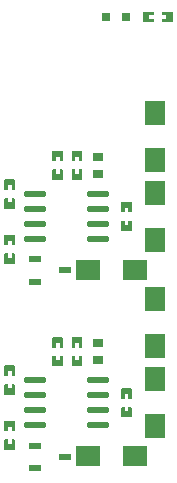
<source format=gtp>
G04 Layer: TopPasteMaskLayer*
G04 Panelize: , Column: 2, Row: 2, Board Size: 58.42mm x 58.42mm, Panelized Board Size: 118.84mm x 118.84mm*
G04 EasyEDA v6.5.38, 2023-12-27 02:29:20*
G04 c8bedbd66dd74f4aa7d5f41e6d883f45,5a6b42c53f6a479593ecc07194224c93,10*
G04 Gerber Generator version 0.2*
G04 Scale: 100 percent, Rotated: No, Reflected: No *
G04 Dimensions in millimeters *
G04 leading zeros omitted , absolute positions ,4 integer and 5 decimal *
%FSLAX45Y45*%
%MOMM*%

%ADD10R,1.8000X2.0000*%
%ADD11R,2.0000X1.8000*%
%ADD12O,1.950212X0.5684012*%
%ADD13R,1.0700X0.6000*%
%ADD14R,0.8000X0.8000*%
%ADD15R,0.9000X0.8000*%

%LPD*%
G36*
X3503320Y3978706D02*
G01*
X3498291Y3973677D01*
X3498291Y3893718D01*
X3503320Y3888689D01*
X3583279Y3888689D01*
X3588308Y3893718D01*
X3588308Y3973677D01*
X3583279Y3978706D01*
X3560521Y3978706D01*
X3560521Y3941673D01*
X3527501Y3941673D01*
X3527501Y3978706D01*
G37*
G36*
X3503320Y4137710D02*
G01*
X3498291Y4132681D01*
X3498291Y4053687D01*
X3503320Y4048709D01*
X3527501Y4048709D01*
X3527501Y4086707D01*
X3560521Y4086707D01*
X3560521Y4048709D01*
X3583279Y4048709D01*
X3588308Y4053687D01*
X3588308Y4132681D01*
X3583279Y4137710D01*
G37*
G36*
X3338220Y3978706D02*
G01*
X3333191Y3973677D01*
X3333191Y3893718D01*
X3338220Y3888689D01*
X3418179Y3888689D01*
X3423208Y3893718D01*
X3423208Y3973677D01*
X3418179Y3978706D01*
X3395421Y3978706D01*
X3395421Y3941673D01*
X3362401Y3941673D01*
X3362401Y3978706D01*
G37*
G36*
X3338220Y4137710D02*
G01*
X3333191Y4132681D01*
X3333191Y4053687D01*
X3338220Y4048709D01*
X3362401Y4048709D01*
X3362401Y4086707D01*
X3395421Y4086707D01*
X3395421Y4048709D01*
X3418179Y4048709D01*
X3423208Y4053687D01*
X3423208Y4132681D01*
X3418179Y4137710D01*
G37*
G36*
X2931820Y2162606D02*
G01*
X2926791Y2157577D01*
X2926791Y2077618D01*
X2931820Y2072589D01*
X3011779Y2072589D01*
X3016808Y2077618D01*
X3016808Y2157577D01*
X3011779Y2162606D01*
X2989021Y2162606D01*
X2989021Y2125573D01*
X2956001Y2125573D01*
X2956001Y2162606D01*
G37*
G36*
X2931820Y2321610D02*
G01*
X2926791Y2316581D01*
X2926791Y2237587D01*
X2931820Y2232609D01*
X2956001Y2232609D01*
X2956001Y2270607D01*
X2989021Y2270607D01*
X2989021Y2232609D01*
X3011779Y2232609D01*
X3016808Y2237587D01*
X3016808Y2316581D01*
X3011779Y2321610D01*
G37*
G36*
X2931820Y1692706D02*
G01*
X2926791Y1687677D01*
X2926791Y1607718D01*
X2931820Y1602689D01*
X3011779Y1602689D01*
X3016808Y1607718D01*
X3016808Y1687677D01*
X3011779Y1692706D01*
X2989021Y1692706D01*
X2989021Y1655673D01*
X2956001Y1655673D01*
X2956001Y1692706D01*
G37*
G36*
X2931820Y1851710D02*
G01*
X2926791Y1846681D01*
X2926791Y1767687D01*
X2931820Y1762709D01*
X2956001Y1762709D01*
X2956001Y1800707D01*
X2989021Y1800707D01*
X2989021Y1762709D01*
X3011779Y1762709D01*
X3016808Y1767687D01*
X3016808Y1846681D01*
X3011779Y1851710D01*
G37*
G36*
X2931820Y3267506D02*
G01*
X2926791Y3262477D01*
X2926791Y3182518D01*
X2931820Y3177489D01*
X3011779Y3177489D01*
X3016808Y3182518D01*
X3016808Y3262477D01*
X3011779Y3267506D01*
X2989021Y3267506D01*
X2989021Y3230473D01*
X2956001Y3230473D01*
X2956001Y3267506D01*
G37*
G36*
X2931820Y3426510D02*
G01*
X2926791Y3421481D01*
X2926791Y3342487D01*
X2931820Y3337509D01*
X2956001Y3337509D01*
X2956001Y3375507D01*
X2989021Y3375507D01*
X2989021Y3337509D01*
X3011779Y3337509D01*
X3016808Y3342487D01*
X3016808Y3421481D01*
X3011779Y3426510D01*
G37*
G36*
X2931820Y3737406D02*
G01*
X2926791Y3732377D01*
X2926791Y3652418D01*
X2931820Y3647389D01*
X3011779Y3647389D01*
X3016808Y3652418D01*
X3016808Y3732377D01*
X3011779Y3737406D01*
X2989021Y3737406D01*
X2989021Y3700373D01*
X2956001Y3700373D01*
X2956001Y3737406D01*
G37*
G36*
X2931820Y3896410D02*
G01*
X2926791Y3891381D01*
X2926791Y3812387D01*
X2931820Y3807409D01*
X2956001Y3807409D01*
X2956001Y3845407D01*
X2989021Y3845407D01*
X2989021Y3807409D01*
X3011779Y3807409D01*
X3016808Y3812387D01*
X3016808Y3891381D01*
X3011779Y3896410D01*
G37*
G36*
X3503320Y2400706D02*
G01*
X3498291Y2395677D01*
X3498291Y2315718D01*
X3503320Y2310688D01*
X3583279Y2310688D01*
X3588308Y2315718D01*
X3588308Y2395677D01*
X3583279Y2400706D01*
X3560521Y2400706D01*
X3560521Y2363724D01*
X3527501Y2363724D01*
X3527501Y2400706D01*
G37*
G36*
X3503320Y2559710D02*
G01*
X3498291Y2554681D01*
X3498291Y2475687D01*
X3503320Y2470708D01*
X3527501Y2470708D01*
X3527501Y2508707D01*
X3560521Y2508707D01*
X3560521Y2470708D01*
X3583279Y2470708D01*
X3588308Y2475687D01*
X3588308Y2554681D01*
X3583279Y2559710D01*
G37*
G36*
X3338220Y2400706D02*
G01*
X3333191Y2395677D01*
X3333191Y2315718D01*
X3338220Y2310688D01*
X3418179Y2310688D01*
X3423208Y2315718D01*
X3423208Y2395677D01*
X3418179Y2400706D01*
X3395421Y2400706D01*
X3395421Y2363724D01*
X3362401Y2363724D01*
X3362401Y2400706D01*
G37*
G36*
X3338220Y2559710D02*
G01*
X3333191Y2554681D01*
X3333191Y2475687D01*
X3338220Y2470708D01*
X3362401Y2470708D01*
X3362401Y2508707D01*
X3395421Y2508707D01*
X3395421Y2470708D01*
X3418179Y2470708D01*
X3423208Y2475687D01*
X3423208Y2554681D01*
X3418179Y2559710D01*
G37*
G36*
X3922420Y2127910D02*
G01*
X3917391Y2122881D01*
X3917391Y2042922D01*
X3922420Y2037892D01*
X3945178Y2037892D01*
X3945178Y2074875D01*
X3978198Y2074875D01*
X3978198Y2037892D01*
X4002379Y2037892D01*
X4007408Y2042922D01*
X4007408Y2122881D01*
X4002379Y2127910D01*
G37*
G36*
X3922420Y1967890D02*
G01*
X3917391Y1962912D01*
X3917391Y1883918D01*
X3922420Y1878888D01*
X4002379Y1878888D01*
X4007408Y1883918D01*
X4007408Y1962912D01*
X4002379Y1967890D01*
X3978198Y1967890D01*
X3978198Y1929892D01*
X3945178Y1929892D01*
X3945178Y1967890D01*
G37*
G36*
X3922420Y3705910D02*
G01*
X3917391Y3700881D01*
X3917391Y3620922D01*
X3922420Y3615893D01*
X3945178Y3615893D01*
X3945178Y3652926D01*
X3978198Y3652926D01*
X3978198Y3615893D01*
X4002379Y3615893D01*
X4007408Y3620922D01*
X4007408Y3700881D01*
X4002379Y3705910D01*
G37*
G36*
X3922420Y3545890D02*
G01*
X3917391Y3540912D01*
X3917391Y3461918D01*
X3922420Y3456889D01*
X4002379Y3456889D01*
X4007408Y3461918D01*
X4007408Y3540912D01*
X4002379Y3545890D01*
X3978198Y3545890D01*
X3978198Y3507892D01*
X3945178Y3507892D01*
X3945178Y3545890D01*
G37*
G36*
X4268622Y5315508D02*
G01*
X4263593Y5310479D01*
X4263593Y5287721D01*
X4300575Y5287721D01*
X4300575Y5254701D01*
X4263593Y5254701D01*
X4263593Y5230520D01*
X4268622Y5225491D01*
X4348581Y5225491D01*
X4353610Y5230520D01*
X4353610Y5310479D01*
X4348581Y5315508D01*
G37*
G36*
X4109618Y5315508D02*
G01*
X4104589Y5310479D01*
X4104589Y5230520D01*
X4109618Y5225491D01*
X4188612Y5225491D01*
X4193590Y5230520D01*
X4193590Y5254701D01*
X4155592Y5254701D01*
X4155592Y5287721D01*
X4193590Y5287721D01*
X4193590Y5310479D01*
X4188612Y5315508D01*
G37*
D10*
G01*
X4203700Y1806600D03*
G01*
X4203700Y2206599D03*
G01*
X4203700Y2879699D03*
G01*
X4203700Y2479700D03*
D11*
G01*
X3635400Y3124200D03*
G01*
X4035399Y3124200D03*
D10*
G01*
X4203700Y4054500D03*
G01*
X4203700Y4454499D03*
G01*
X4203700Y3381400D03*
G01*
X4203700Y3781399D03*
D12*
G01*
X3183890Y3771900D03*
G01*
X3183890Y3644900D03*
G01*
X3183890Y3517900D03*
G01*
X3183890Y3390900D03*
G01*
X3724909Y3771900D03*
G01*
X3724909Y3644900D03*
G01*
X3724909Y3517900D03*
G01*
X3724909Y3390900D03*
D11*
G01*
X3635400Y1549400D03*
G01*
X4035399Y1549400D03*
D12*
G01*
X3183890Y2193899D03*
G01*
X3183890Y2066899D03*
G01*
X3183890Y1939899D03*
G01*
X3183890Y1812899D03*
G01*
X3724909Y2193899D03*
G01*
X3724909Y2066899D03*
G01*
X3724909Y1939899D03*
G01*
X3724909Y1812899D03*
D13*
G01*
X3191192Y1641195D03*
G01*
X3191192Y1451203D03*
G01*
X3438207Y1546199D03*
G01*
X3191192Y3219195D03*
G01*
X3191192Y3029204D03*
G01*
X3438207Y3124200D03*
D14*
G01*
X3958590Y5270500D03*
G01*
X3788409Y5270500D03*
D15*
G01*
X3721100Y3943197D03*
G01*
X3721100Y4083202D03*
G01*
X3721100Y2365197D03*
G01*
X3721100Y2505202D03*
M02*

</source>
